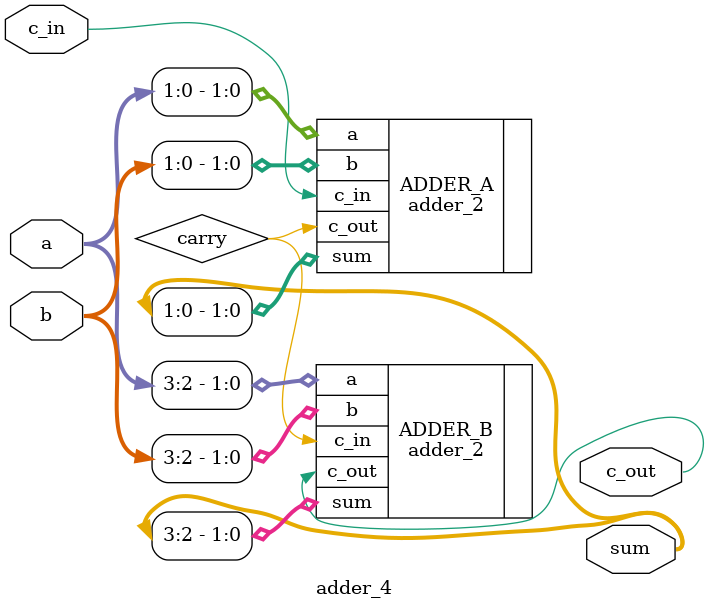
<source format=sv>
/*
  a 4 bit adder daisy chaining 2
  2 bit adders
*/

module adder_4(a, b, c_in, sum, c_out);

input  wire [3:0] a, b;
input wire c_in;
output logic [3:0] sum;
output logic c_out;

wire carry;

adder_2 ADDER_A(
  .a(a[1:0]),
  .b(b[1:0]),
  .c_in(c_in),
  .sum(sum[1:0]),
  .c_out(carry)
);

adder_2 ADDER_B(
  .a(a[3:2]),
  .b(b[3:2]),
  .c_in(carry),
  .sum(sum[3:2]),
  .c_out(c_out)
);


endmodule
</source>
